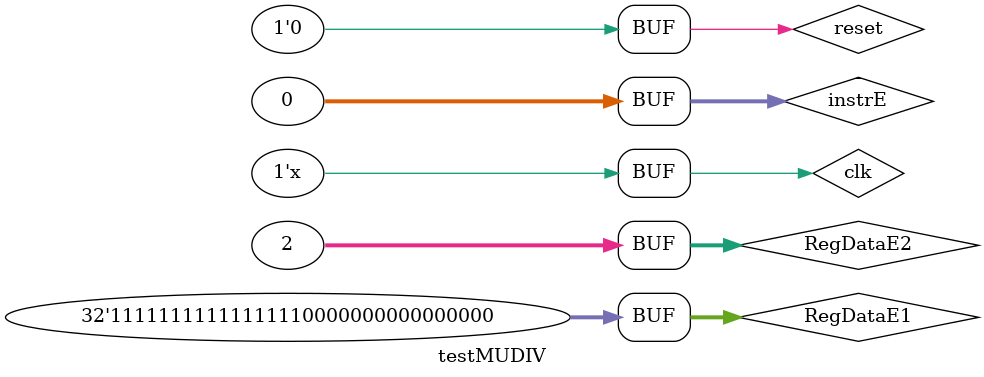
<source format=v>
`timescale 1ns / 1ps


module testMUDIV;

	// Inputs
	reg clk;
	reg reset;
	reg [31:0] instrE;
	reg [31:0] RegDataE1;
	reg [31:0] RegDataE2;
	// Outputs
	wire [31:0] mudivout;

	// Instantiate the Unit Under Test (UUT)
	MUDIV uut (
		.clk(clk), 
		.reset(reset), 
		.instrE(instrE), 
		.RegDataE1(RegDataE1), 
		.RegDataE2(RegDataE2), 
		.mudivout(mudivout)
	);

	initial begin
		// Initialize Inputs
		clk = 0;
		reset = 0;
		instrE = 0;
		RegDataE1 = 32'hffff0000;
		RegDataE2 = 32'h00000002;

		// Wait 100 ns for global reset to finish
		#105;
		instrE=32'h00a60018;
		#10;
		instrE=0;
				#100;
		instrE=32'h00a60019;
		#10;
		instrE=0;
		#100;
		instrE=32'h00a6001a;
		#10;
		instrE=0;
				#100;
		instrE=32'h00a6001b;
		#10;
		instrE=0;
		// Add stimulus here

	end
	
	always #5 clk=~clk;
      
endmodule


</source>
